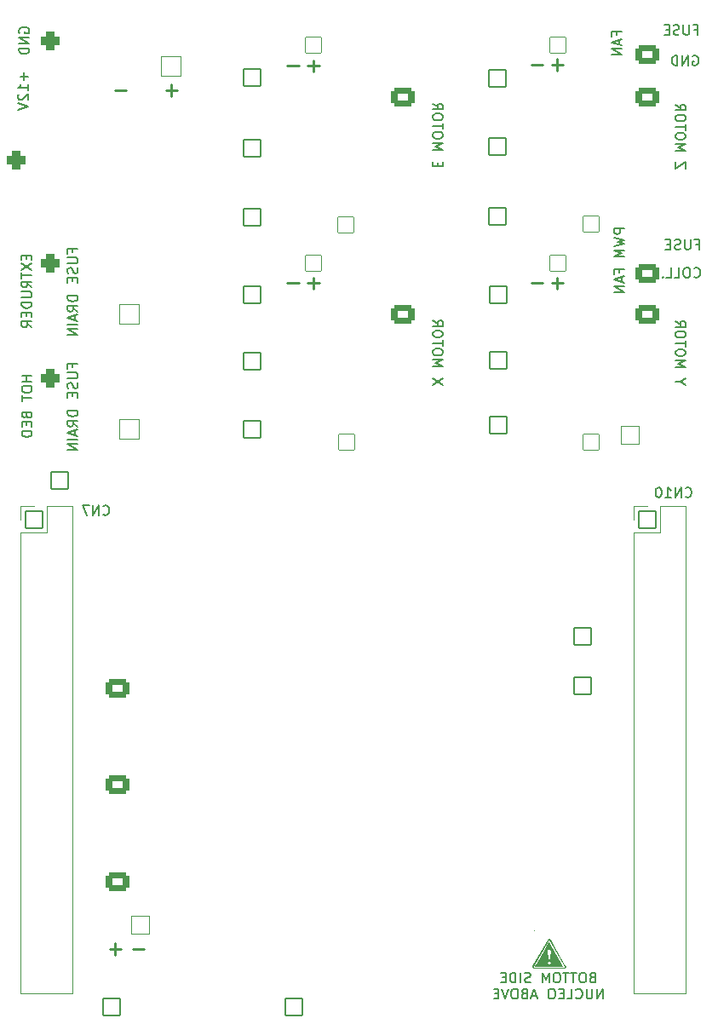
<source format=gbo>
%TF.GenerationSoftware,KiCad,Pcbnew,6.0.5-a6ca702e91~116~ubuntu20.04.1*%
%TF.CreationDate,2022-07-31T14:48:14+02:00*%
%TF.ProjectId,nucleo_expansion,6e75636c-656f-45f6-9578-70616e73696f,v1.0*%
%TF.SameCoordinates,Original*%
%TF.FileFunction,Legend,Bot*%
%TF.FilePolarity,Positive*%
%FSLAX46Y46*%
G04 Gerber Fmt 4.6, Leading zero omitted, Abs format (unit mm)*
G04 Created by KiCad (PCBNEW 6.0.5-a6ca702e91~116~ubuntu20.04.1) date 2022-07-31 14:48:14*
%MOMM*%
%LPD*%
G01*
G04 APERTURE LIST*
G04 Aperture macros list*
%AMRoundRect*
0 Rectangle with rounded corners*
0 $1 Rounding radius*
0 $2 $3 $4 $5 $6 $7 $8 $9 X,Y pos of 4 corners*
0 Add a 4 corners polygon primitive as box body*
4,1,4,$2,$3,$4,$5,$6,$7,$8,$9,$2,$3,0*
0 Add four circle primitives for the rounded corners*
1,1,$1+$1,$2,$3*
1,1,$1+$1,$4,$5*
1,1,$1+$1,$6,$7*
1,1,$1+$1,$8,$9*
0 Add four rect primitives between the rounded corners*
20,1,$1+$1,$2,$3,$4,$5,0*
20,1,$1+$1,$4,$5,$6,$7,0*
20,1,$1+$1,$6,$7,$8,$9,0*
20,1,$1+$1,$8,$9,$2,$3,0*%
G04 Aperture macros list end*
%ADD10C,0.004000*%
%ADD11C,0.005291*%
%ADD12C,0.150000*%
%ADD13C,0.225000*%
%ADD14C,0.120000*%
%ADD15O,2.290000X1.840000*%
%ADD16RoundRect,0.300000X0.845000X-0.620000X0.845000X0.620000X-0.845000X0.620000X-0.845000X-0.620000X0*%
%ADD17RoundRect,0.300000X-0.845000X0.620000X-0.845000X-0.620000X0.845000X-0.620000X0.845000X0.620000X0*%
%ADD18O,1.800000X1.800000*%
%ADD19RoundRect,0.050000X0.850000X0.850000X-0.850000X0.850000X-0.850000X-0.850000X0.850000X-0.850000X0*%
%ADD20O,1.700000X1.700000*%
%ADD21RoundRect,0.050000X0.800000X0.800000X-0.800000X0.800000X-0.800000X-0.800000X0.800000X-0.800000X0*%
%ADD22RoundRect,0.050000X-0.850000X-0.850000X0.850000X-0.850000X0.850000X0.850000X-0.850000X0.850000X0*%
%ADD23RoundRect,0.050000X0.900000X0.900000X-0.900000X0.900000X-0.900000X-0.900000X0.900000X-0.900000X0*%
%ADD24C,1.900000*%
%ADD25C,1.700000*%
%ADD26O,1.900000X1.900000*%
%ADD27RoundRect,0.050000X-0.900000X-0.900000X0.900000X-0.900000X0.900000X0.900000X-0.900000X0.900000X0*%
%ADD28O,2.100000X2.005000*%
%ADD29RoundRect,0.050000X1.000000X-0.952500X1.000000X0.952500X-1.000000X0.952500X-1.000000X-0.952500X0*%
%ADD30RoundRect,0.050000X0.850000X-0.850000X0.850000X0.850000X-0.850000X0.850000X-0.850000X-0.850000X0*%
%ADD31C,2.100000*%
%ADD32RoundRect,0.050000X1.000000X1.000000X-1.000000X1.000000X-1.000000X-1.000000X1.000000X-1.000000X0*%
%ADD33RoundRect,0.050000X-0.850000X0.850000X-0.850000X-0.850000X0.850000X-0.850000X0.850000X0.850000X0*%
%ADD34C,1.903400*%
%ADD35RoundRect,0.500850X-0.450850X0.450850X-0.450850X-0.450850X0.450850X-0.450850X0.450850X0.450850X0*%
%ADD36RoundRect,0.475000X0.425000X0.425000X-0.425000X0.425000X-0.425000X-0.425000X0.425000X-0.425000X0*%
G04 APERTURE END LIST*
D10*
G36*
X182818542Y-115637902D02*
G01*
X182819716Y-115629793D01*
X182821527Y-115621700D01*
X182823996Y-115613646D01*
X184299710Y-113052314D01*
X184304970Y-113041129D01*
X184310646Y-113029790D01*
X184316754Y-113018418D01*
X184323314Y-113007134D01*
X184330343Y-112996058D01*
X184337859Y-112985311D01*
X184345879Y-112975014D01*
X184354422Y-112965288D01*
X184363506Y-112956253D01*
X184368257Y-112952032D01*
X184373149Y-112948029D01*
X184378186Y-112944260D01*
X184383369Y-112940739D01*
X184388700Y-112937481D01*
X184394183Y-112934502D01*
X184399818Y-112931816D01*
X184405609Y-112929439D01*
X184411557Y-112927386D01*
X184417666Y-112925671D01*
X184423936Y-112924311D01*
X184430371Y-112923319D01*
X184436972Y-112922712D01*
X184443742Y-112922503D01*
X184450559Y-112922392D01*
X184457351Y-112922681D01*
X184464102Y-112923358D01*
X184470798Y-112924414D01*
X184477423Y-112925835D01*
X184483961Y-112927612D01*
X184490396Y-112929734D01*
X184496714Y-112932190D01*
X184502898Y-112934968D01*
X184508933Y-112938057D01*
X184514803Y-112941447D01*
X184520493Y-112945127D01*
X184525988Y-112949085D01*
X184531271Y-112953311D01*
X184536328Y-112957793D01*
X184541142Y-112962521D01*
X185296732Y-114264909D01*
X186049264Y-115569212D01*
X186054571Y-115575705D01*
X186059288Y-115582485D01*
X186063425Y-115589524D01*
X186066993Y-115596792D01*
X186070002Y-115604259D01*
X186072462Y-115611898D01*
X186074384Y-115619679D01*
X186075780Y-115627572D01*
X186076658Y-115635549D01*
X186077030Y-115643581D01*
X186076907Y-115651639D01*
X186076299Y-115659692D01*
X186075216Y-115667713D01*
X186073669Y-115675673D01*
X186071668Y-115683541D01*
X186069224Y-115691290D01*
X186066349Y-115698889D01*
X186063051Y-115706310D01*
X186059342Y-115713524D01*
X186055232Y-115720502D01*
X186050732Y-115727214D01*
X186045852Y-115733632D01*
X186040603Y-115739726D01*
X186034996Y-115745467D01*
X186029040Y-115750826D01*
X186022747Y-115755775D01*
X186016127Y-115760283D01*
X186009190Y-115764323D01*
X186001948Y-115767864D01*
X185994410Y-115770878D01*
X185986588Y-115773335D01*
X185978491Y-115775207D01*
X182968525Y-115777849D01*
X182960242Y-115779163D01*
X182951995Y-115779834D01*
X182943804Y-115779884D01*
X182935689Y-115779337D01*
X182927672Y-115778216D01*
X182919774Y-115776541D01*
X182912014Y-115774338D01*
X182904414Y-115771628D01*
X182896995Y-115768433D01*
X182889778Y-115764777D01*
X182882782Y-115760683D01*
X182876030Y-115756173D01*
X182869541Y-115751270D01*
X182863337Y-115745997D01*
X182857438Y-115740375D01*
X182851865Y-115734429D01*
X182846639Y-115728181D01*
X182841781Y-115721653D01*
X182837311Y-115714869D01*
X182833250Y-115707850D01*
X182829619Y-115700620D01*
X182826439Y-115693202D01*
X182823730Y-115685617D01*
X182821513Y-115677890D01*
X182819810Y-115670042D01*
X182818640Y-115662097D01*
X182818025Y-115654077D01*
X182818011Y-115651085D01*
X182861170Y-115651085D01*
X182861350Y-115656560D01*
X182861890Y-115662012D01*
X182862789Y-115667422D01*
X182864048Y-115672772D01*
X182865666Y-115678045D01*
X182867644Y-115683222D01*
X182869982Y-115688286D01*
X182872680Y-115693219D01*
X182874155Y-115695669D01*
X182875703Y-115698055D01*
X182877322Y-115700377D01*
X182879009Y-115702635D01*
X182880763Y-115704826D01*
X182882581Y-115706951D01*
X182884463Y-115709008D01*
X182886405Y-115710996D01*
X182888406Y-115712914D01*
X182890464Y-115714762D01*
X182892577Y-115716538D01*
X182894743Y-115718241D01*
X182896961Y-115719871D01*
X182899227Y-115721426D01*
X182901541Y-115722905D01*
X182903900Y-115724308D01*
X182906303Y-115725633D01*
X182908747Y-115726880D01*
X182911231Y-115728048D01*
X182913752Y-115729135D01*
X182916309Y-115730140D01*
X182918900Y-115731063D01*
X182921522Y-115731903D01*
X182924174Y-115732659D01*
X182926854Y-115733329D01*
X182929560Y-115733913D01*
X182932291Y-115734410D01*
X182935043Y-115734819D01*
X182937815Y-115735139D01*
X182940606Y-115735368D01*
X182943413Y-115735506D01*
X182946234Y-115735553D01*
X185949784Y-115735553D01*
X185955412Y-115735362D01*
X185960975Y-115734797D01*
X185966457Y-115733868D01*
X185971843Y-115732584D01*
X185977118Y-115730957D01*
X185982265Y-115728995D01*
X185987270Y-115726709D01*
X185992117Y-115724110D01*
X185996790Y-115721206D01*
X186001274Y-115718009D01*
X186005553Y-115714528D01*
X186009612Y-115710773D01*
X186013436Y-115706755D01*
X186017008Y-115702483D01*
X186020314Y-115697968D01*
X186023337Y-115693219D01*
X186026035Y-115688193D01*
X186028373Y-115683049D01*
X186030351Y-115677803D01*
X186031970Y-115672475D01*
X186033229Y-115667081D01*
X186034128Y-115661640D01*
X186034667Y-115656170D01*
X186034847Y-115650688D01*
X186034667Y-115645212D01*
X186034128Y-115639760D01*
X186033229Y-115634351D01*
X186031970Y-115629000D01*
X186030351Y-115623728D01*
X186028373Y-115618550D01*
X186026035Y-115613486D01*
X186023337Y-115608553D01*
X184521563Y-113007170D01*
X184520087Y-113004720D01*
X184518539Y-113002334D01*
X184516921Y-113000012D01*
X184515234Y-112997754D01*
X184513480Y-112995563D01*
X184511661Y-112993438D01*
X184509780Y-112991381D01*
X184507838Y-112989393D01*
X184505837Y-112987475D01*
X184503779Y-112985627D01*
X184501665Y-112983851D01*
X184499499Y-112982148D01*
X184497282Y-112980518D01*
X184495015Y-112978964D01*
X184492701Y-112977484D01*
X184490342Y-112976081D01*
X184487939Y-112974756D01*
X184485495Y-112973509D01*
X184483012Y-112972342D01*
X184480491Y-112971255D01*
X184477934Y-112970249D01*
X184475343Y-112969326D01*
X184472721Y-112968486D01*
X184470068Y-112967730D01*
X184467388Y-112967060D01*
X184464682Y-112966476D01*
X184461952Y-112965979D01*
X184459200Y-112965570D01*
X184456427Y-112965251D01*
X184453637Y-112965021D01*
X184450830Y-112964883D01*
X184448009Y-112964836D01*
X184442381Y-112965027D01*
X184436818Y-112965592D01*
X184431335Y-112966521D01*
X184425949Y-112967805D01*
X184420674Y-112969432D01*
X184415527Y-112971394D01*
X184410522Y-112973680D01*
X184405675Y-112976280D01*
X184401002Y-112979183D01*
X184396518Y-112982381D01*
X184392239Y-112985862D01*
X184388180Y-112989616D01*
X184384356Y-112993635D01*
X184380784Y-112997906D01*
X184377478Y-113002421D01*
X184374455Y-113007170D01*
X182872680Y-115608553D01*
X182869982Y-115613579D01*
X182867644Y-115618724D01*
X182865666Y-115623969D01*
X182864048Y-115629298D01*
X182862789Y-115634692D01*
X182861890Y-115640132D01*
X182861350Y-115645603D01*
X182861170Y-115651085D01*
X182818011Y-115651085D01*
X182817986Y-115646004D01*
X182818542Y-115637902D01*
G37*
X182818542Y-115637902D02*
X182819716Y-115629793D01*
X182821527Y-115621700D01*
X182823996Y-115613646D01*
X184299710Y-113052314D01*
X184304970Y-113041129D01*
X184310646Y-113029790D01*
X184316754Y-113018418D01*
X184323314Y-113007134D01*
X184330343Y-112996058D01*
X184337859Y-112985311D01*
X184345879Y-112975014D01*
X184354422Y-112965288D01*
X184363506Y-112956253D01*
X184368257Y-112952032D01*
X184373149Y-112948029D01*
X184378186Y-112944260D01*
X184383369Y-112940739D01*
X184388700Y-112937481D01*
X184394183Y-112934502D01*
X184399818Y-112931816D01*
X184405609Y-112929439D01*
X184411557Y-112927386D01*
X184417666Y-112925671D01*
X184423936Y-112924311D01*
X184430371Y-112923319D01*
X184436972Y-112922712D01*
X184443742Y-112922503D01*
X184450559Y-112922392D01*
X184457351Y-112922681D01*
X184464102Y-112923358D01*
X184470798Y-112924414D01*
X184477423Y-112925835D01*
X184483961Y-112927612D01*
X184490396Y-112929734D01*
X184496714Y-112932190D01*
X184502898Y-112934968D01*
X184508933Y-112938057D01*
X184514803Y-112941447D01*
X184520493Y-112945127D01*
X184525988Y-112949085D01*
X184531271Y-112953311D01*
X184536328Y-112957793D01*
X184541142Y-112962521D01*
X185296732Y-114264909D01*
X186049264Y-115569212D01*
X186054571Y-115575705D01*
X186059288Y-115582485D01*
X186063425Y-115589524D01*
X186066993Y-115596792D01*
X186070002Y-115604259D01*
X186072462Y-115611898D01*
X186074384Y-115619679D01*
X186075780Y-115627572D01*
X186076658Y-115635549D01*
X186077030Y-115643581D01*
X186076907Y-115651639D01*
X186076299Y-115659692D01*
X186075216Y-115667713D01*
X186073669Y-115675673D01*
X186071668Y-115683541D01*
X186069224Y-115691290D01*
X186066349Y-115698889D01*
X186063051Y-115706310D01*
X186059342Y-115713524D01*
X186055232Y-115720502D01*
X186050732Y-115727214D01*
X186045852Y-115733632D01*
X186040603Y-115739726D01*
X186034996Y-115745467D01*
X186029040Y-115750826D01*
X186022747Y-115755775D01*
X186016127Y-115760283D01*
X186009190Y-115764323D01*
X186001948Y-115767864D01*
X185994410Y-115770878D01*
X185986588Y-115773335D01*
X185978491Y-115775207D01*
X182968525Y-115777849D01*
X182960242Y-115779163D01*
X182951995Y-115779834D01*
X182943804Y-115779884D01*
X182935689Y-115779337D01*
X182927672Y-115778216D01*
X182919774Y-115776541D01*
X182912014Y-115774338D01*
X182904414Y-115771628D01*
X182896995Y-115768433D01*
X182889778Y-115764777D01*
X182882782Y-115760683D01*
X182876030Y-115756173D01*
X182869541Y-115751270D01*
X182863337Y-115745997D01*
X182857438Y-115740375D01*
X182851865Y-115734429D01*
X182846639Y-115728181D01*
X182841781Y-115721653D01*
X182837311Y-115714869D01*
X182833250Y-115707850D01*
X182829619Y-115700620D01*
X182826439Y-115693202D01*
X182823730Y-115685617D01*
X182821513Y-115677890D01*
X182819810Y-115670042D01*
X182818640Y-115662097D01*
X182818025Y-115654077D01*
X182818011Y-115651085D01*
X182861170Y-115651085D01*
X182861350Y-115656560D01*
X182861890Y-115662012D01*
X182862789Y-115667422D01*
X182864048Y-115672772D01*
X182865666Y-115678045D01*
X182867644Y-115683222D01*
X182869982Y-115688286D01*
X182872680Y-115693219D01*
X182874155Y-115695669D01*
X182875703Y-115698055D01*
X182877322Y-115700377D01*
X182879009Y-115702635D01*
X182880763Y-115704826D01*
X182882581Y-115706951D01*
X182884463Y-115709008D01*
X182886405Y-115710996D01*
X182888406Y-115712914D01*
X182890464Y-115714762D01*
X182892577Y-115716538D01*
X182894743Y-115718241D01*
X182896961Y-115719871D01*
X182899227Y-115721426D01*
X182901541Y-115722905D01*
X182903900Y-115724308D01*
X182906303Y-115725633D01*
X182908747Y-115726880D01*
X182911231Y-115728048D01*
X182913752Y-115729135D01*
X182916309Y-115730140D01*
X182918900Y-115731063D01*
X182921522Y-115731903D01*
X182924174Y-115732659D01*
X182926854Y-115733329D01*
X182929560Y-115733913D01*
X182932291Y-115734410D01*
X182935043Y-115734819D01*
X182937815Y-115735139D01*
X182940606Y-115735368D01*
X182943413Y-115735506D01*
X182946234Y-115735553D01*
X185949784Y-115735553D01*
X185955412Y-115735362D01*
X185960975Y-115734797D01*
X185966457Y-115733868D01*
X185971843Y-115732584D01*
X185977118Y-115730957D01*
X185982265Y-115728995D01*
X185987270Y-115726709D01*
X185992117Y-115724110D01*
X185996790Y-115721206D01*
X186001274Y-115718009D01*
X186005553Y-115714528D01*
X186009612Y-115710773D01*
X186013436Y-115706755D01*
X186017008Y-115702483D01*
X186020314Y-115697968D01*
X186023337Y-115693219D01*
X186026035Y-115688193D01*
X186028373Y-115683049D01*
X186030351Y-115677803D01*
X186031970Y-115672475D01*
X186033229Y-115667081D01*
X186034128Y-115661640D01*
X186034667Y-115656170D01*
X186034847Y-115650688D01*
X186034667Y-115645212D01*
X186034128Y-115639760D01*
X186033229Y-115634351D01*
X186031970Y-115629000D01*
X186030351Y-115623728D01*
X186028373Y-115618550D01*
X186026035Y-115613486D01*
X186023337Y-115608553D01*
X184521563Y-113007170D01*
X184520087Y-113004720D01*
X184518539Y-113002334D01*
X184516921Y-113000012D01*
X184515234Y-112997754D01*
X184513480Y-112995563D01*
X184511661Y-112993438D01*
X184509780Y-112991381D01*
X184507838Y-112989393D01*
X184505837Y-112987475D01*
X184503779Y-112985627D01*
X184501665Y-112983851D01*
X184499499Y-112982148D01*
X184497282Y-112980518D01*
X184495015Y-112978964D01*
X184492701Y-112977484D01*
X184490342Y-112976081D01*
X184487939Y-112974756D01*
X184485495Y-112973509D01*
X184483012Y-112972342D01*
X184480491Y-112971255D01*
X184477934Y-112970249D01*
X184475343Y-112969326D01*
X184472721Y-112968486D01*
X184470068Y-112967730D01*
X184467388Y-112967060D01*
X184464682Y-112966476D01*
X184461952Y-112965979D01*
X184459200Y-112965570D01*
X184456427Y-112965251D01*
X184453637Y-112965021D01*
X184450830Y-112964883D01*
X184448009Y-112964836D01*
X184442381Y-112965027D01*
X184436818Y-112965592D01*
X184431335Y-112966521D01*
X184425949Y-112967805D01*
X184420674Y-112969432D01*
X184415527Y-112971394D01*
X184410522Y-112973680D01*
X184405675Y-112976280D01*
X184401002Y-112979183D01*
X184396518Y-112982381D01*
X184392239Y-112985862D01*
X184388180Y-112989616D01*
X184384356Y-112993635D01*
X184380784Y-112997906D01*
X184377478Y-113002421D01*
X184374455Y-113007170D01*
X182872680Y-115608553D01*
X182869982Y-115613579D01*
X182867644Y-115618724D01*
X182865666Y-115623969D01*
X182864048Y-115629298D01*
X182862789Y-115634692D01*
X182861890Y-115640132D01*
X182861350Y-115645603D01*
X182861170Y-115651085D01*
X182818011Y-115651085D01*
X182817986Y-115646004D01*
X182818542Y-115637902D01*
D11*
X182948578Y-112073003D02*
X182948578Y-112073003D01*
D10*
G36*
X184448009Y-113219895D02*
G01*
X185802675Y-115565690D01*
X183093342Y-115565690D01*
X183266871Y-115265200D01*
X184247496Y-115265200D01*
X184247608Y-115271899D01*
X184247941Y-115278562D01*
X184248492Y-115285184D01*
X184249260Y-115291760D01*
X184250241Y-115298286D01*
X184251432Y-115304757D01*
X184252832Y-115311169D01*
X184254437Y-115317517D01*
X184256245Y-115323797D01*
X184258254Y-115330004D01*
X184260459Y-115336133D01*
X184262860Y-115342180D01*
X184265453Y-115348141D01*
X184268236Y-115354010D01*
X184271206Y-115359783D01*
X184274360Y-115365456D01*
X184277696Y-115371024D01*
X184281211Y-115376483D01*
X184284902Y-115381827D01*
X184288768Y-115387053D01*
X184292804Y-115392156D01*
X184297009Y-115397131D01*
X184301381Y-115401974D01*
X184305915Y-115406679D01*
X184310610Y-115411244D01*
X184315463Y-115415662D01*
X184320472Y-115419929D01*
X184325633Y-115424042D01*
X184330944Y-115427995D01*
X184336403Y-115431783D01*
X184342007Y-115435403D01*
X184347753Y-115438849D01*
X184359547Y-115445145D01*
X184371636Y-115450602D01*
X184383978Y-115455219D01*
X184396531Y-115458997D01*
X184409253Y-115461935D01*
X184422101Y-115464034D01*
X184435034Y-115465293D01*
X184448009Y-115465712D01*
X184460984Y-115465293D01*
X184473916Y-115464034D01*
X184486765Y-115461935D01*
X184499486Y-115458997D01*
X184512040Y-115455219D01*
X184524382Y-115450602D01*
X184536471Y-115445145D01*
X184548265Y-115438849D01*
X184559614Y-115431783D01*
X184570385Y-115424042D01*
X184580554Y-115415662D01*
X184590103Y-115406679D01*
X184599008Y-115397131D01*
X184607250Y-115387053D01*
X184614807Y-115376483D01*
X184621658Y-115365456D01*
X184627782Y-115354010D01*
X184633157Y-115342180D01*
X184637764Y-115330004D01*
X184641580Y-115317517D01*
X184644585Y-115304757D01*
X184646758Y-115291760D01*
X184648077Y-115278562D01*
X184648521Y-115265200D01*
X184648410Y-115258501D01*
X184648077Y-115251838D01*
X184647525Y-115245216D01*
X184646758Y-115238640D01*
X184645777Y-115232114D01*
X184644585Y-115225643D01*
X184643186Y-115219231D01*
X184641580Y-115212883D01*
X184639772Y-115206603D01*
X184637764Y-115200396D01*
X184635558Y-115194267D01*
X184633157Y-115188220D01*
X184630564Y-115182259D01*
X184627782Y-115176390D01*
X184624812Y-115170617D01*
X184621658Y-115164944D01*
X184618322Y-115159376D01*
X184614807Y-115153917D01*
X184611115Y-115148572D01*
X184607250Y-115143346D01*
X184603213Y-115138244D01*
X184599008Y-115133269D01*
X184594637Y-115128426D01*
X184590103Y-115123721D01*
X184585408Y-115119156D01*
X184580554Y-115114738D01*
X184575546Y-115110470D01*
X184570385Y-115106358D01*
X184565073Y-115102405D01*
X184559614Y-115098617D01*
X184554011Y-115094997D01*
X184548265Y-115091551D01*
X184536471Y-115085255D01*
X184524382Y-115079798D01*
X184512040Y-115075181D01*
X184499486Y-115071403D01*
X184486765Y-115068465D01*
X184473916Y-115066367D01*
X184460984Y-115065107D01*
X184448009Y-115064688D01*
X184435034Y-115065107D01*
X184422101Y-115066367D01*
X184409253Y-115068465D01*
X184396531Y-115071403D01*
X184383978Y-115075181D01*
X184371636Y-115079798D01*
X184359547Y-115085255D01*
X184347753Y-115091551D01*
X184336403Y-115098617D01*
X184325633Y-115106358D01*
X184315463Y-115114738D01*
X184305915Y-115123721D01*
X184297010Y-115133269D01*
X184288768Y-115143346D01*
X184281211Y-115153917D01*
X184274360Y-115164944D01*
X184268236Y-115176390D01*
X184262860Y-115188220D01*
X184258254Y-115200396D01*
X184254437Y-115212883D01*
X184251432Y-115225643D01*
X184249260Y-115238640D01*
X184247941Y-115251838D01*
X184247496Y-115265200D01*
X183266871Y-115265200D01*
X183963530Y-114058839D01*
X184250803Y-114058839D01*
X184309112Y-114764287D01*
X184313270Y-114796677D01*
X184317625Y-114825501D01*
X184319985Y-114838621D01*
X184322525Y-114850902D01*
X184325288Y-114862364D01*
X184328319Y-114873023D01*
X184331661Y-114882898D01*
X184335357Y-114892006D01*
X184339452Y-114900366D01*
X184343988Y-114907994D01*
X184349009Y-114914910D01*
X184354559Y-114921130D01*
X184360682Y-114926672D01*
X184367421Y-114931555D01*
X184372062Y-114933599D01*
X184376764Y-114935527D01*
X184381525Y-114937338D01*
X184386343Y-114939028D01*
X184391216Y-114940597D01*
X184396143Y-114942041D01*
X184401122Y-114943358D01*
X184406152Y-114944546D01*
X184411231Y-114945603D01*
X184416356Y-114946527D01*
X184421528Y-114947314D01*
X184426743Y-114947963D01*
X184432000Y-114948472D01*
X184437298Y-114948839D01*
X184442635Y-114949060D01*
X184448009Y-114949135D01*
X184453357Y-114949061D01*
X184458668Y-114948842D01*
X184463942Y-114948480D01*
X184469175Y-114947976D01*
X184474366Y-114947334D01*
X184479514Y-114946555D01*
X184484617Y-114945641D01*
X184489674Y-114944595D01*
X184494682Y-114943419D01*
X184499640Y-114942115D01*
X184504547Y-114940685D01*
X184509400Y-114939132D01*
X184514199Y-114937458D01*
X184518941Y-114935665D01*
X184523625Y-114933754D01*
X184528249Y-114931729D01*
X184531717Y-114929375D01*
X184535026Y-114926858D01*
X184538180Y-114924175D01*
X184541185Y-114921325D01*
X184544046Y-114918304D01*
X184546769Y-114915111D01*
X184549359Y-114911743D01*
X184551821Y-114908199D01*
X184554162Y-114904476D01*
X184556387Y-114900571D01*
X184558500Y-114896483D01*
X184560508Y-114892209D01*
X184562416Y-114887748D01*
X184564229Y-114883096D01*
X184567594Y-114873212D01*
X184570645Y-114862542D01*
X184573427Y-114851065D01*
X184575983Y-114838765D01*
X184578357Y-114825624D01*
X184580593Y-114811623D01*
X184582734Y-114796746D01*
X184586905Y-114764287D01*
X184645214Y-114058839D01*
X184644958Y-114048445D01*
X184644200Y-114038191D01*
X184642950Y-114028090D01*
X184641222Y-114018153D01*
X184639027Y-114008394D01*
X184636378Y-113998825D01*
X184633286Y-113989457D01*
X184629765Y-113980305D01*
X184625826Y-113971379D01*
X184621482Y-113962694D01*
X184616744Y-113954260D01*
X184611626Y-113946091D01*
X184606138Y-113938199D01*
X184600294Y-113930596D01*
X184594105Y-113923296D01*
X184587584Y-113916309D01*
X184580742Y-113909650D01*
X184573593Y-113903330D01*
X184566148Y-113897361D01*
X184558420Y-113891757D01*
X184550420Y-113886530D01*
X184542162Y-113881692D01*
X184533656Y-113877255D01*
X184524916Y-113873233D01*
X184515953Y-113869637D01*
X184506780Y-113866480D01*
X184497409Y-113863774D01*
X184487852Y-113861533D01*
X184478121Y-113859768D01*
X184468229Y-113858492D01*
X184458187Y-113857717D01*
X184448009Y-113857456D01*
X184437830Y-113857717D01*
X184427789Y-113858492D01*
X184417896Y-113859768D01*
X184408166Y-113861533D01*
X184398609Y-113863774D01*
X184389237Y-113866480D01*
X184380064Y-113869637D01*
X184371102Y-113873233D01*
X184362361Y-113877255D01*
X184353856Y-113881692D01*
X184345597Y-113886530D01*
X184337597Y-113891757D01*
X184329869Y-113897361D01*
X184322424Y-113903330D01*
X184315275Y-113909650D01*
X184308434Y-113916309D01*
X184301913Y-113923296D01*
X184295724Y-113930596D01*
X184289879Y-113938199D01*
X184284392Y-113946091D01*
X184279273Y-113954260D01*
X184274535Y-113962694D01*
X184270191Y-113971379D01*
X184266252Y-113980305D01*
X184262731Y-113989457D01*
X184259640Y-113998825D01*
X184256990Y-114008394D01*
X184254796Y-114018153D01*
X184253067Y-114028090D01*
X184251818Y-114038191D01*
X184251059Y-114048445D01*
X184250803Y-114058839D01*
X183963530Y-114058839D01*
X184448009Y-113219895D01*
G37*
X184448009Y-113219895D02*
X185802675Y-115565690D01*
X183093342Y-115565690D01*
X183266871Y-115265200D01*
X184247496Y-115265200D01*
X184247608Y-115271899D01*
X184247941Y-115278562D01*
X184248492Y-115285184D01*
X184249260Y-115291760D01*
X184250241Y-115298286D01*
X184251432Y-115304757D01*
X184252832Y-115311169D01*
X184254437Y-115317517D01*
X184256245Y-115323797D01*
X184258254Y-115330004D01*
X184260459Y-115336133D01*
X184262860Y-115342180D01*
X184265453Y-115348141D01*
X184268236Y-115354010D01*
X184271206Y-115359783D01*
X184274360Y-115365456D01*
X184277696Y-115371024D01*
X184281211Y-115376483D01*
X184284902Y-115381827D01*
X184288768Y-115387053D01*
X184292804Y-115392156D01*
X184297009Y-115397131D01*
X184301381Y-115401974D01*
X184305915Y-115406679D01*
X184310610Y-115411244D01*
X184315463Y-115415662D01*
X184320472Y-115419929D01*
X184325633Y-115424042D01*
X184330944Y-115427995D01*
X184336403Y-115431783D01*
X184342007Y-115435403D01*
X184347753Y-115438849D01*
X184359547Y-115445145D01*
X184371636Y-115450602D01*
X184383978Y-115455219D01*
X184396531Y-115458997D01*
X184409253Y-115461935D01*
X184422101Y-115464034D01*
X184435034Y-115465293D01*
X184448009Y-115465712D01*
X184460984Y-115465293D01*
X184473916Y-115464034D01*
X184486765Y-115461935D01*
X184499486Y-115458997D01*
X184512040Y-115455219D01*
X184524382Y-115450602D01*
X184536471Y-115445145D01*
X184548265Y-115438849D01*
X184559614Y-115431783D01*
X184570385Y-115424042D01*
X184580554Y-115415662D01*
X184590103Y-115406679D01*
X184599008Y-115397131D01*
X184607250Y-115387053D01*
X184614807Y-115376483D01*
X184621658Y-115365456D01*
X184627782Y-115354010D01*
X184633157Y-115342180D01*
X184637764Y-115330004D01*
X184641580Y-115317517D01*
X184644585Y-115304757D01*
X184646758Y-115291760D01*
X184648077Y-115278562D01*
X184648521Y-115265200D01*
X184648410Y-115258501D01*
X184648077Y-115251838D01*
X184647525Y-115245216D01*
X184646758Y-115238640D01*
X184645777Y-115232114D01*
X184644585Y-115225643D01*
X184643186Y-115219231D01*
X184641580Y-115212883D01*
X184639772Y-115206603D01*
X184637764Y-115200396D01*
X184635558Y-115194267D01*
X184633157Y-115188220D01*
X184630564Y-115182259D01*
X184627782Y-115176390D01*
X184624812Y-115170617D01*
X184621658Y-115164944D01*
X184618322Y-115159376D01*
X184614807Y-115153917D01*
X184611115Y-115148572D01*
X184607250Y-115143346D01*
X184603213Y-115138244D01*
X184599008Y-115133269D01*
X184594637Y-115128426D01*
X184590103Y-115123721D01*
X184585408Y-115119156D01*
X184580554Y-115114738D01*
X184575546Y-115110470D01*
X184570385Y-115106358D01*
X184565073Y-115102405D01*
X184559614Y-115098617D01*
X184554011Y-115094997D01*
X184548265Y-115091551D01*
X184536471Y-115085255D01*
X184524382Y-115079798D01*
X184512040Y-115075181D01*
X184499486Y-115071403D01*
X184486765Y-115068465D01*
X184473916Y-115066367D01*
X184460984Y-115065107D01*
X184448009Y-115064688D01*
X184435034Y-115065107D01*
X184422101Y-115066367D01*
X184409253Y-115068465D01*
X184396531Y-115071403D01*
X184383978Y-115075181D01*
X184371636Y-115079798D01*
X184359547Y-115085255D01*
X184347753Y-115091551D01*
X184336403Y-115098617D01*
X184325633Y-115106358D01*
X184315463Y-115114738D01*
X184305915Y-115123721D01*
X184297010Y-115133269D01*
X184288768Y-115143346D01*
X184281211Y-115153917D01*
X184274360Y-115164944D01*
X184268236Y-115176390D01*
X184262860Y-115188220D01*
X184258254Y-115200396D01*
X184254437Y-115212883D01*
X184251432Y-115225643D01*
X184249260Y-115238640D01*
X184247941Y-115251838D01*
X184247496Y-115265200D01*
X183266871Y-115265200D01*
X183963530Y-114058839D01*
X184250803Y-114058839D01*
X184309112Y-114764287D01*
X184313270Y-114796677D01*
X184317625Y-114825501D01*
X184319985Y-114838621D01*
X184322525Y-114850902D01*
X184325288Y-114862364D01*
X184328319Y-114873023D01*
X184331661Y-114882898D01*
X184335357Y-114892006D01*
X184339452Y-114900366D01*
X184343988Y-114907994D01*
X184349009Y-114914910D01*
X184354559Y-114921130D01*
X184360682Y-114926672D01*
X184367421Y-114931555D01*
X184372062Y-114933599D01*
X184376764Y-114935527D01*
X184381525Y-114937338D01*
X184386343Y-114939028D01*
X184391216Y-114940597D01*
X184396143Y-114942041D01*
X184401122Y-114943358D01*
X184406152Y-114944546D01*
X184411231Y-114945603D01*
X184416356Y-114946527D01*
X184421528Y-114947314D01*
X184426743Y-114947963D01*
X184432000Y-114948472D01*
X184437298Y-114948839D01*
X184442635Y-114949060D01*
X184448009Y-114949135D01*
X184453357Y-114949061D01*
X184458668Y-114948842D01*
X184463942Y-114948480D01*
X184469175Y-114947976D01*
X184474366Y-114947334D01*
X184479514Y-114946555D01*
X184484617Y-114945641D01*
X184489674Y-114944595D01*
X184494682Y-114943419D01*
X184499640Y-114942115D01*
X184504547Y-114940685D01*
X184509400Y-114939132D01*
X184514199Y-114937458D01*
X184518941Y-114935665D01*
X184523625Y-114933754D01*
X184528249Y-114931729D01*
X184531717Y-114929375D01*
X184535026Y-114926858D01*
X184538180Y-114924175D01*
X184541185Y-114921325D01*
X184544046Y-114918304D01*
X184546769Y-114915111D01*
X184549359Y-114911743D01*
X184551821Y-114908199D01*
X184554162Y-114904476D01*
X184556387Y-114900571D01*
X184558500Y-114896483D01*
X184560508Y-114892209D01*
X184562416Y-114887748D01*
X184564229Y-114883096D01*
X184567594Y-114873212D01*
X184570645Y-114862542D01*
X184573427Y-114851065D01*
X184575983Y-114838765D01*
X184578357Y-114825624D01*
X184580593Y-114811623D01*
X184582734Y-114796746D01*
X184586905Y-114764287D01*
X184645214Y-114058839D01*
X184644958Y-114048445D01*
X184644200Y-114038191D01*
X184642950Y-114028090D01*
X184641222Y-114018153D01*
X184639027Y-114008394D01*
X184636378Y-113998825D01*
X184633286Y-113989457D01*
X184629765Y-113980305D01*
X184625826Y-113971379D01*
X184621482Y-113962694D01*
X184616744Y-113954260D01*
X184611626Y-113946091D01*
X184606138Y-113938199D01*
X184600294Y-113930596D01*
X184594105Y-113923296D01*
X184587584Y-113916309D01*
X184580742Y-113909650D01*
X184573593Y-113903330D01*
X184566148Y-113897361D01*
X184558420Y-113891757D01*
X184550420Y-113886530D01*
X184542162Y-113881692D01*
X184533656Y-113877255D01*
X184524916Y-113873233D01*
X184515953Y-113869637D01*
X184506780Y-113866480D01*
X184497409Y-113863774D01*
X184487852Y-113861533D01*
X184478121Y-113859768D01*
X184468229Y-113858492D01*
X184458187Y-113857717D01*
X184448009Y-113857456D01*
X184437830Y-113857717D01*
X184427789Y-113858492D01*
X184417896Y-113859768D01*
X184408166Y-113861533D01*
X184398609Y-113863774D01*
X184389237Y-113866480D01*
X184380064Y-113869637D01*
X184371102Y-113873233D01*
X184362361Y-113877255D01*
X184353856Y-113881692D01*
X184345597Y-113886530D01*
X184337597Y-113891757D01*
X184329869Y-113897361D01*
X184322424Y-113903330D01*
X184315275Y-113909650D01*
X184308434Y-113916309D01*
X184301913Y-113923296D01*
X184295724Y-113930596D01*
X184289879Y-113938199D01*
X184284392Y-113946091D01*
X184279273Y-113954260D01*
X184274535Y-113962694D01*
X184270191Y-113971379D01*
X184266252Y-113980305D01*
X184262731Y-113989457D01*
X184259640Y-113998825D01*
X184256990Y-114008394D01*
X184254796Y-114018153D01*
X184253067Y-114028090D01*
X184251818Y-114038191D01*
X184251059Y-114048445D01*
X184250803Y-114058839D01*
X183963530Y-114058839D01*
X184448009Y-113219895D01*
D11*
X182948578Y-112073003D02*
X182948578Y-112073003D01*
X182948578Y-112073003D02*
X182948578Y-112073003D01*
D12*
X131834000Y-22860095D02*
X131786380Y-22764857D01*
X131786380Y-22622000D01*
X131834000Y-22479142D01*
X131929238Y-22383904D01*
X132024476Y-22336285D01*
X132214952Y-22288666D01*
X132357809Y-22288666D01*
X132548285Y-22336285D01*
X132643523Y-22383904D01*
X132738761Y-22479142D01*
X132786380Y-22622000D01*
X132786380Y-22717238D01*
X132738761Y-22860095D01*
X132691142Y-22907714D01*
X132357809Y-22907714D01*
X132357809Y-22717238D01*
X132786380Y-23336285D02*
X131786380Y-23336285D01*
X132786380Y-23907714D01*
X131786380Y-23907714D01*
X132786380Y-24383904D02*
X131786380Y-24383904D01*
X131786380Y-24622000D01*
X131834000Y-24764857D01*
X131929238Y-24860095D01*
X132024476Y-24907714D01*
X132214952Y-24955333D01*
X132357809Y-24955333D01*
X132548285Y-24907714D01*
X132643523Y-24860095D01*
X132738761Y-24764857D01*
X132786380Y-24622000D01*
X132786380Y-24383904D01*
X137088571Y-56094476D02*
X137088571Y-55761142D01*
X137612380Y-55761142D02*
X136612380Y-55761142D01*
X136612380Y-56237333D01*
X136612380Y-56618285D02*
X137421904Y-56618285D01*
X137517142Y-56665904D01*
X137564761Y-56713523D01*
X137612380Y-56808761D01*
X137612380Y-56999238D01*
X137564761Y-57094476D01*
X137517142Y-57142095D01*
X137421904Y-57189714D01*
X136612380Y-57189714D01*
X137564761Y-57618285D02*
X137612380Y-57761142D01*
X137612380Y-57999238D01*
X137564761Y-58094476D01*
X137517142Y-58142095D01*
X137421904Y-58189714D01*
X137326666Y-58189714D01*
X137231428Y-58142095D01*
X137183809Y-58094476D01*
X137136190Y-57999238D01*
X137088571Y-57808761D01*
X137040952Y-57713523D01*
X136993333Y-57665904D01*
X136898095Y-57618285D01*
X136802857Y-57618285D01*
X136707619Y-57665904D01*
X136660000Y-57713523D01*
X136612380Y-57808761D01*
X136612380Y-58046857D01*
X136660000Y-58189714D01*
X137088571Y-58618285D02*
X137088571Y-58951619D01*
X137612380Y-59094476D02*
X137612380Y-58618285D01*
X136612380Y-58618285D01*
X136612380Y-59094476D01*
X173426428Y-36115238D02*
X173426428Y-35781904D01*
X172902619Y-35639047D02*
X172902619Y-36115238D01*
X173902619Y-36115238D01*
X173902619Y-35639047D01*
X172902619Y-34448571D02*
X173902619Y-34448571D01*
X173188333Y-34115238D01*
X173902619Y-33781904D01*
X172902619Y-33781904D01*
X173902619Y-33115238D02*
X173902619Y-32924761D01*
X173855000Y-32829523D01*
X173759761Y-32734285D01*
X173569285Y-32686666D01*
X173235952Y-32686666D01*
X173045476Y-32734285D01*
X172950238Y-32829523D01*
X172902619Y-32924761D01*
X172902619Y-33115238D01*
X172950238Y-33210476D01*
X173045476Y-33305714D01*
X173235952Y-33353333D01*
X173569285Y-33353333D01*
X173759761Y-33305714D01*
X173855000Y-33210476D01*
X173902619Y-33115238D01*
X173902619Y-32400952D02*
X173902619Y-31829523D01*
X172902619Y-32115238D02*
X173902619Y-32115238D01*
X173902619Y-31305714D02*
X173902619Y-31115238D01*
X173855000Y-31020000D01*
X173759761Y-30924761D01*
X173569285Y-30877142D01*
X173235952Y-30877142D01*
X173045476Y-30924761D01*
X172950238Y-31020000D01*
X172902619Y-31115238D01*
X172902619Y-31305714D01*
X172950238Y-31400952D01*
X173045476Y-31496190D01*
X173235952Y-31543809D01*
X173569285Y-31543809D01*
X173759761Y-31496190D01*
X173855000Y-31400952D01*
X173902619Y-31305714D01*
X172902619Y-29877142D02*
X173378809Y-30210476D01*
X172902619Y-30448571D02*
X173902619Y-30448571D01*
X173902619Y-30067619D01*
X173855000Y-29972380D01*
X173807380Y-29924761D01*
X173712142Y-29877142D01*
X173569285Y-29877142D01*
X173474047Y-29924761D01*
X173426428Y-29972380D01*
X173378809Y-30067619D01*
X173378809Y-30448571D01*
X137612380Y-60404619D02*
X136612380Y-60404619D01*
X136612380Y-60642714D01*
X136660000Y-60785571D01*
X136755238Y-60880809D01*
X136850476Y-60928428D01*
X137040952Y-60976047D01*
X137183809Y-60976047D01*
X137374285Y-60928428D01*
X137469523Y-60880809D01*
X137564761Y-60785571D01*
X137612380Y-60642714D01*
X137612380Y-60404619D01*
X137612380Y-61976047D02*
X137136190Y-61642714D01*
X137612380Y-61404619D02*
X136612380Y-61404619D01*
X136612380Y-61785571D01*
X136660000Y-61880809D01*
X136707619Y-61928428D01*
X136802857Y-61976047D01*
X136945714Y-61976047D01*
X137040952Y-61928428D01*
X137088571Y-61880809D01*
X137136190Y-61785571D01*
X137136190Y-61404619D01*
X137326666Y-62357000D02*
X137326666Y-62833190D01*
X137612380Y-62261761D02*
X136612380Y-62595095D01*
X137612380Y-62928428D01*
X137612380Y-63261761D02*
X136612380Y-63261761D01*
X137612380Y-63737952D02*
X136612380Y-63737952D01*
X137612380Y-64309380D01*
X136612380Y-64309380D01*
X198032619Y-36361285D02*
X198032619Y-35694619D01*
X197032619Y-36361285D01*
X197032619Y-35694619D01*
X197032619Y-34551761D02*
X198032619Y-34551761D01*
X197318333Y-34218428D01*
X198032619Y-33885095D01*
X197032619Y-33885095D01*
X198032619Y-33218428D02*
X198032619Y-33027952D01*
X197985000Y-32932714D01*
X197889761Y-32837476D01*
X197699285Y-32789857D01*
X197365952Y-32789857D01*
X197175476Y-32837476D01*
X197080238Y-32932714D01*
X197032619Y-33027952D01*
X197032619Y-33218428D01*
X197080238Y-33313666D01*
X197175476Y-33408904D01*
X197365952Y-33456523D01*
X197699285Y-33456523D01*
X197889761Y-33408904D01*
X197985000Y-33313666D01*
X198032619Y-33218428D01*
X198032619Y-32504142D02*
X198032619Y-31932714D01*
X197032619Y-32218428D02*
X198032619Y-32218428D01*
X198032619Y-31408904D02*
X198032619Y-31218428D01*
X197985000Y-31123190D01*
X197889761Y-31027952D01*
X197699285Y-30980333D01*
X197365952Y-30980333D01*
X197175476Y-31027952D01*
X197080238Y-31123190D01*
X197032619Y-31218428D01*
X197032619Y-31408904D01*
X197080238Y-31504142D01*
X197175476Y-31599380D01*
X197365952Y-31647000D01*
X197699285Y-31647000D01*
X197889761Y-31599380D01*
X197985000Y-31504142D01*
X198032619Y-31408904D01*
X197032619Y-29980333D02*
X197508809Y-30313666D01*
X197032619Y-30551761D02*
X198032619Y-30551761D01*
X198032619Y-30170809D01*
X197985000Y-30075571D01*
X197937380Y-30027952D01*
X197842142Y-29980333D01*
X197699285Y-29980333D01*
X197604047Y-30027952D01*
X197556428Y-30075571D01*
X197508809Y-30170809D01*
X197508809Y-30551761D01*
X191968380Y-42299333D02*
X190968380Y-42299333D01*
X190968380Y-42680285D01*
X191016000Y-42775523D01*
X191063619Y-42823142D01*
X191158857Y-42870761D01*
X191301714Y-42870761D01*
X191396952Y-42823142D01*
X191444571Y-42775523D01*
X191492190Y-42680285D01*
X191492190Y-42299333D01*
X190968380Y-43204095D02*
X191968380Y-43442190D01*
X191254095Y-43632666D01*
X191968380Y-43823142D01*
X190968380Y-44061238D01*
X191968380Y-44442190D02*
X190968380Y-44442190D01*
X191682666Y-44775523D01*
X190968380Y-45108857D01*
X191968380Y-45108857D01*
X191444571Y-46680285D02*
X191444571Y-46346952D01*
X191968380Y-46346952D02*
X190968380Y-46346952D01*
X190968380Y-46823142D01*
X191682666Y-47156476D02*
X191682666Y-47632666D01*
X191968380Y-47061238D02*
X190968380Y-47394571D01*
X191968380Y-47727904D01*
X191968380Y-48061238D02*
X190968380Y-48061238D01*
X191968380Y-48632666D01*
X190968380Y-48632666D01*
X198921523Y-22534571D02*
X199254857Y-22534571D01*
X199254857Y-23058380D02*
X199254857Y-22058380D01*
X198778666Y-22058380D01*
X198397714Y-22058380D02*
X198397714Y-22867904D01*
X198350095Y-22963142D01*
X198302476Y-23010761D01*
X198207238Y-23058380D01*
X198016761Y-23058380D01*
X197921523Y-23010761D01*
X197873904Y-22963142D01*
X197826285Y-22867904D01*
X197826285Y-22058380D01*
X197397714Y-23010761D02*
X197254857Y-23058380D01*
X197016761Y-23058380D01*
X196921523Y-23010761D01*
X196873904Y-22963142D01*
X196826285Y-22867904D01*
X196826285Y-22772666D01*
X196873904Y-22677428D01*
X196921523Y-22629809D01*
X197016761Y-22582190D01*
X197207238Y-22534571D01*
X197302476Y-22486952D01*
X197350095Y-22439333D01*
X197397714Y-22344095D01*
X197397714Y-22248857D01*
X197350095Y-22153619D01*
X197302476Y-22106000D01*
X197207238Y-22058380D01*
X196969142Y-22058380D01*
X196826285Y-22106000D01*
X196397714Y-22534571D02*
X196064380Y-22534571D01*
X195921523Y-23058380D02*
X196397714Y-23058380D01*
X196397714Y-22058380D01*
X195921523Y-22058380D01*
D13*
X140779571Y-113899142D02*
X141922428Y-113899142D01*
X141351000Y-114470571D02*
X141351000Y-113327714D01*
X146367571Y-28555142D02*
X147510428Y-28555142D01*
X146939000Y-29126571D02*
X146939000Y-27983714D01*
X158432571Y-47732142D02*
X159575428Y-47732142D01*
X141287571Y-28555142D02*
X142430428Y-28555142D01*
D12*
X198873904Y-47093142D02*
X198921523Y-47140761D01*
X199064380Y-47188380D01*
X199159619Y-47188380D01*
X199302476Y-47140761D01*
X199397714Y-47045523D01*
X199445333Y-46950285D01*
X199492952Y-46759809D01*
X199492952Y-46616952D01*
X199445333Y-46426476D01*
X199397714Y-46331238D01*
X199302476Y-46236000D01*
X199159619Y-46188380D01*
X199064380Y-46188380D01*
X198921523Y-46236000D01*
X198873904Y-46283619D01*
X198254857Y-46188380D02*
X198064380Y-46188380D01*
X197969142Y-46236000D01*
X197873904Y-46331238D01*
X197826285Y-46521714D01*
X197826285Y-46855047D01*
X197873904Y-47045523D01*
X197969142Y-47140761D01*
X198064380Y-47188380D01*
X198254857Y-47188380D01*
X198350095Y-47140761D01*
X198445333Y-47045523D01*
X198492952Y-46855047D01*
X198492952Y-46521714D01*
X198445333Y-46331238D01*
X198350095Y-46236000D01*
X198254857Y-46188380D01*
X196921523Y-47188380D02*
X197397714Y-47188380D01*
X197397714Y-46188380D01*
X196112000Y-47188380D02*
X196588190Y-47188380D01*
X196588190Y-46188380D01*
X195778666Y-47093142D02*
X195731047Y-47140761D01*
X195778666Y-47188380D01*
X195826285Y-47140761D01*
X195778666Y-47093142D01*
X195778666Y-47188380D01*
D13*
X182689571Y-26015142D02*
X183832428Y-26015142D01*
X158432571Y-26142142D02*
X159575428Y-26142142D01*
D12*
X188761142Y-116725571D02*
X188618285Y-116773190D01*
X188570666Y-116820809D01*
X188523047Y-116916047D01*
X188523047Y-117058904D01*
X188570666Y-117154142D01*
X188618285Y-117201761D01*
X188713523Y-117249380D01*
X189094476Y-117249380D01*
X189094476Y-116249380D01*
X188761142Y-116249380D01*
X188665904Y-116297000D01*
X188618285Y-116344619D01*
X188570666Y-116439857D01*
X188570666Y-116535095D01*
X188618285Y-116630333D01*
X188665904Y-116677952D01*
X188761142Y-116725571D01*
X189094476Y-116725571D01*
X187904000Y-116249380D02*
X187713523Y-116249380D01*
X187618285Y-116297000D01*
X187523047Y-116392238D01*
X187475428Y-116582714D01*
X187475428Y-116916047D01*
X187523047Y-117106523D01*
X187618285Y-117201761D01*
X187713523Y-117249380D01*
X187904000Y-117249380D01*
X187999238Y-117201761D01*
X188094476Y-117106523D01*
X188142095Y-116916047D01*
X188142095Y-116582714D01*
X188094476Y-116392238D01*
X187999238Y-116297000D01*
X187904000Y-116249380D01*
X187189714Y-116249380D02*
X186618285Y-116249380D01*
X186904000Y-117249380D02*
X186904000Y-116249380D01*
X186427809Y-116249380D02*
X185856380Y-116249380D01*
X186142095Y-117249380D02*
X186142095Y-116249380D01*
X185332571Y-116249380D02*
X185142095Y-116249380D01*
X185046857Y-116297000D01*
X184951619Y-116392238D01*
X184904000Y-116582714D01*
X184904000Y-116916047D01*
X184951619Y-117106523D01*
X185046857Y-117201761D01*
X185142095Y-117249380D01*
X185332571Y-117249380D01*
X185427809Y-117201761D01*
X185523047Y-117106523D01*
X185570666Y-116916047D01*
X185570666Y-116582714D01*
X185523047Y-116392238D01*
X185427809Y-116297000D01*
X185332571Y-116249380D01*
X184475428Y-117249380D02*
X184475428Y-116249380D01*
X184142095Y-116963666D01*
X183808761Y-116249380D01*
X183808761Y-117249380D01*
X182618285Y-117201761D02*
X182475428Y-117249380D01*
X182237333Y-117249380D01*
X182142095Y-117201761D01*
X182094476Y-117154142D01*
X182046857Y-117058904D01*
X182046857Y-116963666D01*
X182094476Y-116868428D01*
X182142095Y-116820809D01*
X182237333Y-116773190D01*
X182427809Y-116725571D01*
X182523047Y-116677952D01*
X182570666Y-116630333D01*
X182618285Y-116535095D01*
X182618285Y-116439857D01*
X182570666Y-116344619D01*
X182523047Y-116297000D01*
X182427809Y-116249380D01*
X182189714Y-116249380D01*
X182046857Y-116297000D01*
X181618285Y-117249380D02*
X181618285Y-116249380D01*
X181142095Y-117249380D02*
X181142095Y-116249380D01*
X180904000Y-116249380D01*
X180761142Y-116297000D01*
X180665904Y-116392238D01*
X180618285Y-116487476D01*
X180570666Y-116677952D01*
X180570666Y-116820809D01*
X180618285Y-117011285D01*
X180665904Y-117106523D01*
X180761142Y-117201761D01*
X180904000Y-117249380D01*
X181142095Y-117249380D01*
X180142095Y-116725571D02*
X179808761Y-116725571D01*
X179665904Y-117249380D02*
X180142095Y-117249380D01*
X180142095Y-116249380D01*
X179665904Y-116249380D01*
X189808761Y-118859380D02*
X189808761Y-117859380D01*
X189237333Y-118859380D01*
X189237333Y-117859380D01*
X188761142Y-117859380D02*
X188761142Y-118668904D01*
X188713523Y-118764142D01*
X188665904Y-118811761D01*
X188570666Y-118859380D01*
X188380190Y-118859380D01*
X188284952Y-118811761D01*
X188237333Y-118764142D01*
X188189714Y-118668904D01*
X188189714Y-117859380D01*
X187142095Y-118764142D02*
X187189714Y-118811761D01*
X187332571Y-118859380D01*
X187427809Y-118859380D01*
X187570666Y-118811761D01*
X187665904Y-118716523D01*
X187713523Y-118621285D01*
X187761142Y-118430809D01*
X187761142Y-118287952D01*
X187713523Y-118097476D01*
X187665904Y-118002238D01*
X187570666Y-117907000D01*
X187427809Y-117859380D01*
X187332571Y-117859380D01*
X187189714Y-117907000D01*
X187142095Y-117954619D01*
X186237333Y-118859380D02*
X186713523Y-118859380D01*
X186713523Y-117859380D01*
X185904000Y-118335571D02*
X185570666Y-118335571D01*
X185427809Y-118859380D02*
X185904000Y-118859380D01*
X185904000Y-117859380D01*
X185427809Y-117859380D01*
X184808761Y-117859380D02*
X184618285Y-117859380D01*
X184523047Y-117907000D01*
X184427809Y-118002238D01*
X184380190Y-118192714D01*
X184380190Y-118526047D01*
X184427809Y-118716523D01*
X184523047Y-118811761D01*
X184618285Y-118859380D01*
X184808761Y-118859380D01*
X184904000Y-118811761D01*
X184999238Y-118716523D01*
X185046857Y-118526047D01*
X185046857Y-118192714D01*
X184999238Y-118002238D01*
X184904000Y-117907000D01*
X184808761Y-117859380D01*
X183237333Y-118573666D02*
X182761142Y-118573666D01*
X183332571Y-118859380D02*
X182999238Y-117859380D01*
X182665904Y-118859380D01*
X181999238Y-118335571D02*
X181856380Y-118383190D01*
X181808761Y-118430809D01*
X181761142Y-118526047D01*
X181761142Y-118668904D01*
X181808761Y-118764142D01*
X181856380Y-118811761D01*
X181951619Y-118859380D01*
X182332571Y-118859380D01*
X182332571Y-117859380D01*
X181999238Y-117859380D01*
X181904000Y-117907000D01*
X181856380Y-117954619D01*
X181808761Y-118049857D01*
X181808761Y-118145095D01*
X181856380Y-118240333D01*
X181904000Y-118287952D01*
X181999238Y-118335571D01*
X182332571Y-118335571D01*
X181142095Y-117859380D02*
X180951619Y-117859380D01*
X180856380Y-117907000D01*
X180761142Y-118002238D01*
X180713523Y-118192714D01*
X180713523Y-118526047D01*
X180761142Y-118716523D01*
X180856380Y-118811761D01*
X180951619Y-118859380D01*
X181142095Y-118859380D01*
X181237333Y-118811761D01*
X181332571Y-118716523D01*
X181380190Y-118526047D01*
X181380190Y-118192714D01*
X181332571Y-118002238D01*
X181237333Y-117907000D01*
X181142095Y-117859380D01*
X180427809Y-117859380D02*
X180094476Y-118859380D01*
X179761142Y-117859380D01*
X179427809Y-118335571D02*
X179094476Y-118335571D01*
X178951619Y-118859380D02*
X179427809Y-118859380D01*
X179427809Y-117859380D01*
X178951619Y-117859380D01*
D13*
X160464571Y-26142142D02*
X161607428Y-26142142D01*
X161036000Y-26713571D02*
X161036000Y-25570714D01*
D12*
X198754904Y-25154000D02*
X198850142Y-25106380D01*
X198993000Y-25106380D01*
X199135857Y-25154000D01*
X199231095Y-25249238D01*
X199278714Y-25344476D01*
X199326333Y-25534952D01*
X199326333Y-25677809D01*
X199278714Y-25868285D01*
X199231095Y-25963523D01*
X199135857Y-26058761D01*
X198993000Y-26106380D01*
X198897761Y-26106380D01*
X198754904Y-26058761D01*
X198707285Y-26011142D01*
X198707285Y-25677809D01*
X198897761Y-25677809D01*
X198278714Y-26106380D02*
X198278714Y-25106380D01*
X197707285Y-26106380D01*
X197707285Y-25106380D01*
X197231095Y-26106380D02*
X197231095Y-25106380D01*
X196993000Y-25106380D01*
X196850142Y-25154000D01*
X196754904Y-25249238D01*
X196707285Y-25344476D01*
X196659666Y-25534952D01*
X196659666Y-25677809D01*
X196707285Y-25868285D01*
X196754904Y-25963523D01*
X196850142Y-26058761D01*
X196993000Y-26106380D01*
X197231095Y-26106380D01*
D13*
X143065571Y-113899142D02*
X144208428Y-113899142D01*
D12*
X132516571Y-44966380D02*
X132516571Y-45299714D01*
X133040380Y-45442571D02*
X133040380Y-44966380D01*
X132040380Y-44966380D01*
X132040380Y-45442571D01*
X132040380Y-45775904D02*
X133040380Y-46442571D01*
X132040380Y-46442571D02*
X133040380Y-45775904D01*
X132040380Y-46680666D02*
X132040380Y-47252095D01*
X133040380Y-46966380D02*
X132040380Y-46966380D01*
X133040380Y-48156857D02*
X132564190Y-47823523D01*
X133040380Y-47585428D02*
X132040380Y-47585428D01*
X132040380Y-47966380D01*
X132088000Y-48061619D01*
X132135619Y-48109238D01*
X132230857Y-48156857D01*
X132373714Y-48156857D01*
X132468952Y-48109238D01*
X132516571Y-48061619D01*
X132564190Y-47966380D01*
X132564190Y-47585428D01*
X132040380Y-48585428D02*
X132849904Y-48585428D01*
X132945142Y-48633047D01*
X132992761Y-48680666D01*
X133040380Y-48775904D01*
X133040380Y-48966380D01*
X132992761Y-49061619D01*
X132945142Y-49109238D01*
X132849904Y-49156857D01*
X132040380Y-49156857D01*
X133040380Y-49633047D02*
X132040380Y-49633047D01*
X132040380Y-49871142D01*
X132088000Y-50014000D01*
X132183238Y-50109238D01*
X132278476Y-50156857D01*
X132468952Y-50204476D01*
X132611809Y-50204476D01*
X132802285Y-50156857D01*
X132897523Y-50109238D01*
X132992761Y-50014000D01*
X133040380Y-49871142D01*
X133040380Y-49633047D01*
X132516571Y-50633047D02*
X132516571Y-50966380D01*
X133040380Y-51109238D02*
X133040380Y-50633047D01*
X132040380Y-50633047D01*
X132040380Y-51109238D01*
X133040380Y-52109238D02*
X132564190Y-51775904D01*
X133040380Y-51537809D02*
X132040380Y-51537809D01*
X132040380Y-51918761D01*
X132088000Y-52014000D01*
X132135619Y-52061619D01*
X132230857Y-52109238D01*
X132373714Y-52109238D01*
X132468952Y-52061619D01*
X132516571Y-52014000D01*
X132564190Y-51918761D01*
X132564190Y-51537809D01*
X191190571Y-23066476D02*
X191190571Y-22733142D01*
X191714380Y-22733142D02*
X190714380Y-22733142D01*
X190714380Y-23209333D01*
X191428666Y-23542666D02*
X191428666Y-24018857D01*
X191714380Y-23447428D02*
X190714380Y-23780761D01*
X191714380Y-24114095D01*
X191714380Y-24447428D02*
X190714380Y-24447428D01*
X191714380Y-25018857D01*
X190714380Y-25018857D01*
X137088571Y-44664476D02*
X137088571Y-44331142D01*
X137612380Y-44331142D02*
X136612380Y-44331142D01*
X136612380Y-44807333D01*
X136612380Y-45188285D02*
X137421904Y-45188285D01*
X137517142Y-45235904D01*
X137564761Y-45283523D01*
X137612380Y-45378761D01*
X137612380Y-45569238D01*
X137564761Y-45664476D01*
X137517142Y-45712095D01*
X137421904Y-45759714D01*
X136612380Y-45759714D01*
X137564761Y-46188285D02*
X137612380Y-46331142D01*
X137612380Y-46569238D01*
X137564761Y-46664476D01*
X137517142Y-46712095D01*
X137421904Y-46759714D01*
X137326666Y-46759714D01*
X137231428Y-46712095D01*
X137183809Y-46664476D01*
X137136190Y-46569238D01*
X137088571Y-46378761D01*
X137040952Y-46283523D01*
X136993333Y-46235904D01*
X136898095Y-46188285D01*
X136802857Y-46188285D01*
X136707619Y-46235904D01*
X136660000Y-46283523D01*
X136612380Y-46378761D01*
X136612380Y-46616857D01*
X136660000Y-46759714D01*
X137088571Y-47188285D02*
X137088571Y-47521619D01*
X137612380Y-47664476D02*
X137612380Y-47188285D01*
X136612380Y-47188285D01*
X136612380Y-47664476D01*
X197508809Y-57490952D02*
X197032619Y-57490952D01*
X198032619Y-57824285D02*
X197508809Y-57490952D01*
X198032619Y-57157619D01*
X197032619Y-56062380D02*
X198032619Y-56062380D01*
X197318333Y-55729047D01*
X198032619Y-55395714D01*
X197032619Y-55395714D01*
X198032619Y-54729047D02*
X198032619Y-54538571D01*
X197985000Y-54443333D01*
X197889761Y-54348095D01*
X197699285Y-54300476D01*
X197365952Y-54300476D01*
X197175476Y-54348095D01*
X197080238Y-54443333D01*
X197032619Y-54538571D01*
X197032619Y-54729047D01*
X197080238Y-54824285D01*
X197175476Y-54919523D01*
X197365952Y-54967142D01*
X197699285Y-54967142D01*
X197889761Y-54919523D01*
X197985000Y-54824285D01*
X198032619Y-54729047D01*
X198032619Y-54014761D02*
X198032619Y-53443333D01*
X197032619Y-53729047D02*
X198032619Y-53729047D01*
X198032619Y-52919523D02*
X198032619Y-52729047D01*
X197985000Y-52633809D01*
X197889761Y-52538571D01*
X197699285Y-52490952D01*
X197365952Y-52490952D01*
X197175476Y-52538571D01*
X197080238Y-52633809D01*
X197032619Y-52729047D01*
X197032619Y-52919523D01*
X197080238Y-53014761D01*
X197175476Y-53110000D01*
X197365952Y-53157619D01*
X197699285Y-53157619D01*
X197889761Y-53110000D01*
X197985000Y-53014761D01*
X198032619Y-52919523D01*
X197032619Y-51490952D02*
X197508809Y-51824285D01*
X197032619Y-52062380D02*
X198032619Y-52062380D01*
X198032619Y-51681428D01*
X197985000Y-51586190D01*
X197937380Y-51538571D01*
X197842142Y-51490952D01*
X197699285Y-51490952D01*
X197604047Y-51538571D01*
X197556428Y-51586190D01*
X197508809Y-51681428D01*
X197508809Y-52062380D01*
X137612380Y-48974619D02*
X136612380Y-48974619D01*
X136612380Y-49212714D01*
X136660000Y-49355571D01*
X136755238Y-49450809D01*
X136850476Y-49498428D01*
X137040952Y-49546047D01*
X137183809Y-49546047D01*
X137374285Y-49498428D01*
X137469523Y-49450809D01*
X137564761Y-49355571D01*
X137612380Y-49212714D01*
X137612380Y-48974619D01*
X137612380Y-50546047D02*
X137136190Y-50212714D01*
X137612380Y-49974619D02*
X136612380Y-49974619D01*
X136612380Y-50355571D01*
X136660000Y-50450809D01*
X136707619Y-50498428D01*
X136802857Y-50546047D01*
X136945714Y-50546047D01*
X137040952Y-50498428D01*
X137088571Y-50450809D01*
X137136190Y-50355571D01*
X137136190Y-49974619D01*
X137326666Y-50927000D02*
X137326666Y-51403190D01*
X137612380Y-50831761D02*
X136612380Y-51165095D01*
X137612380Y-51498428D01*
X137612380Y-51831761D02*
X136612380Y-51831761D01*
X137612380Y-52307952D02*
X136612380Y-52307952D01*
X137612380Y-52879380D01*
X136612380Y-52879380D01*
X199048523Y-43870571D02*
X199381857Y-43870571D01*
X199381857Y-44394380D02*
X199381857Y-43394380D01*
X198905666Y-43394380D01*
X198524714Y-43394380D02*
X198524714Y-44203904D01*
X198477095Y-44299142D01*
X198429476Y-44346761D01*
X198334238Y-44394380D01*
X198143761Y-44394380D01*
X198048523Y-44346761D01*
X198000904Y-44299142D01*
X197953285Y-44203904D01*
X197953285Y-43394380D01*
X197524714Y-44346761D02*
X197381857Y-44394380D01*
X197143761Y-44394380D01*
X197048523Y-44346761D01*
X197000904Y-44299142D01*
X196953285Y-44203904D01*
X196953285Y-44108666D01*
X197000904Y-44013428D01*
X197048523Y-43965809D01*
X197143761Y-43918190D01*
X197334238Y-43870571D01*
X197429476Y-43822952D01*
X197477095Y-43775333D01*
X197524714Y-43680095D01*
X197524714Y-43584857D01*
X197477095Y-43489619D01*
X197429476Y-43442000D01*
X197334238Y-43394380D01*
X197096142Y-43394380D01*
X196953285Y-43442000D01*
X196524714Y-43870571D02*
X196191380Y-43870571D01*
X196048523Y-44394380D02*
X196524714Y-44394380D01*
X196524714Y-43394380D01*
X196048523Y-43394380D01*
D13*
X160464571Y-47732142D02*
X161607428Y-47732142D01*
X161036000Y-48303571D02*
X161036000Y-47160714D01*
X184721571Y-26015142D02*
X185864428Y-26015142D01*
X185293000Y-26586571D02*
X185293000Y-25443714D01*
D12*
X133054645Y-56920190D02*
X132054645Y-56920190D01*
X132530836Y-56920190D02*
X132530836Y-57491619D01*
X133054645Y-57491619D02*
X132054645Y-57491619D01*
X132054645Y-58158285D02*
X132054645Y-58348761D01*
X132102265Y-58444000D01*
X132197503Y-58539238D01*
X132387979Y-58586857D01*
X132721312Y-58586857D01*
X132911788Y-58539238D01*
X133007026Y-58444000D01*
X133054645Y-58348761D01*
X133054645Y-58158285D01*
X133007026Y-58063047D01*
X132911788Y-57967809D01*
X132721312Y-57920190D01*
X132387979Y-57920190D01*
X132197503Y-57967809D01*
X132102265Y-58063047D01*
X132054645Y-58158285D01*
X132054645Y-58872571D02*
X132054645Y-59444000D01*
X133054645Y-59158285D02*
X132054645Y-59158285D01*
X132530836Y-60872571D02*
X132578455Y-61015428D01*
X132626074Y-61063047D01*
X132721312Y-61110666D01*
X132864169Y-61110666D01*
X132959407Y-61063047D01*
X133007026Y-61015428D01*
X133054645Y-60920190D01*
X133054645Y-60539238D01*
X132054645Y-60539238D01*
X132054645Y-60872571D01*
X132102265Y-60967809D01*
X132149884Y-61015428D01*
X132245122Y-61063047D01*
X132340360Y-61063047D01*
X132435598Y-61015428D01*
X132483217Y-60967809D01*
X132530836Y-60872571D01*
X132530836Y-60539238D01*
X132530836Y-61539238D02*
X132530836Y-61872571D01*
X133054645Y-62015428D02*
X133054645Y-61539238D01*
X132054645Y-61539238D01*
X132054645Y-62015428D01*
X133054645Y-62444000D02*
X132054645Y-62444000D01*
X132054645Y-62682095D01*
X132102265Y-62824952D01*
X132197503Y-62920190D01*
X132292741Y-62967809D01*
X132483217Y-63015428D01*
X132626074Y-63015428D01*
X132816550Y-62967809D01*
X132911788Y-62920190D01*
X133007026Y-62824952D01*
X133054645Y-62682095D01*
X133054645Y-62444000D01*
X173902619Y-57824285D02*
X172902619Y-57157619D01*
X173902619Y-57157619D02*
X172902619Y-57824285D01*
X172902619Y-56014761D02*
X173902619Y-56014761D01*
X173188333Y-55681428D01*
X173902619Y-55348095D01*
X172902619Y-55348095D01*
X173902619Y-54681428D02*
X173902619Y-54490952D01*
X173855000Y-54395714D01*
X173759761Y-54300476D01*
X173569285Y-54252857D01*
X173235952Y-54252857D01*
X173045476Y-54300476D01*
X172950238Y-54395714D01*
X172902619Y-54490952D01*
X172902619Y-54681428D01*
X172950238Y-54776666D01*
X173045476Y-54871904D01*
X173235952Y-54919523D01*
X173569285Y-54919523D01*
X173759761Y-54871904D01*
X173855000Y-54776666D01*
X173902619Y-54681428D01*
X173902619Y-53967142D02*
X173902619Y-53395714D01*
X172902619Y-53681428D02*
X173902619Y-53681428D01*
X173902619Y-52871904D02*
X173902619Y-52681428D01*
X173855000Y-52586190D01*
X173759761Y-52490952D01*
X173569285Y-52443333D01*
X173235952Y-52443333D01*
X173045476Y-52490952D01*
X172950238Y-52586190D01*
X172902619Y-52681428D01*
X172902619Y-52871904D01*
X172950238Y-52967142D01*
X173045476Y-53062380D01*
X173235952Y-53110000D01*
X173569285Y-53110000D01*
X173759761Y-53062380D01*
X173855000Y-52967142D01*
X173902619Y-52871904D01*
X172902619Y-51443333D02*
X173378809Y-51776666D01*
X172902619Y-52014761D02*
X173902619Y-52014761D01*
X173902619Y-51633809D01*
X173855000Y-51538571D01*
X173807380Y-51490952D01*
X173712142Y-51443333D01*
X173569285Y-51443333D01*
X173474047Y-51490952D01*
X173426428Y-51538571D01*
X173378809Y-51633809D01*
X173378809Y-52014761D01*
D13*
X184721571Y-47732142D02*
X185864428Y-47732142D01*
X185293000Y-48303571D02*
X185293000Y-47160714D01*
D12*
X132278428Y-26813095D02*
X132278428Y-27575000D01*
X132659380Y-27194047D02*
X131897476Y-27194047D01*
X132659380Y-28575000D02*
X132659380Y-28003571D01*
X132659380Y-28289285D02*
X131659380Y-28289285D01*
X131802238Y-28194047D01*
X131897476Y-28098809D01*
X131945095Y-28003571D01*
X131754619Y-28955952D02*
X131707000Y-29003571D01*
X131659380Y-29098809D01*
X131659380Y-29336904D01*
X131707000Y-29432142D01*
X131754619Y-29479761D01*
X131849857Y-29527380D01*
X131945095Y-29527380D01*
X132087952Y-29479761D01*
X132659380Y-28908333D01*
X132659380Y-29527380D01*
X131659380Y-29813095D02*
X132659380Y-30146428D01*
X131659380Y-30479761D01*
D13*
X182689571Y-47732142D02*
X183832428Y-47732142D01*
D12*
X140136476Y-70715142D02*
X140184095Y-70762761D01*
X140326952Y-70810380D01*
X140422190Y-70810380D01*
X140565047Y-70762761D01*
X140660285Y-70667523D01*
X140707904Y-70572285D01*
X140755523Y-70381809D01*
X140755523Y-70238952D01*
X140707904Y-70048476D01*
X140660285Y-69953238D01*
X140565047Y-69858000D01*
X140422190Y-69810380D01*
X140326952Y-69810380D01*
X140184095Y-69858000D01*
X140136476Y-69905619D01*
X139707904Y-70810380D02*
X139707904Y-69810380D01*
X139136476Y-70810380D01*
X139136476Y-69810380D01*
X138755523Y-69810380D02*
X138088857Y-69810380D01*
X138517428Y-70810380D01*
X198016666Y-68937142D02*
X198064285Y-68984761D01*
X198207142Y-69032380D01*
X198302380Y-69032380D01*
X198445238Y-68984761D01*
X198540476Y-68889523D01*
X198588095Y-68794285D01*
X198635714Y-68603809D01*
X198635714Y-68460952D01*
X198588095Y-68270476D01*
X198540476Y-68175238D01*
X198445238Y-68080000D01*
X198302380Y-68032380D01*
X198207142Y-68032380D01*
X198064285Y-68080000D01*
X198016666Y-68127619D01*
X197588095Y-69032380D02*
X197588095Y-68032380D01*
X197016666Y-69032380D01*
X197016666Y-68032380D01*
X196016666Y-69032380D02*
X196588095Y-69032380D01*
X196302380Y-69032380D02*
X196302380Y-68032380D01*
X196397619Y-68175238D01*
X196492857Y-68270476D01*
X196588095Y-68318095D01*
X195397619Y-68032380D02*
X195302380Y-68032380D01*
X195207142Y-68080000D01*
X195159523Y-68127619D01*
X195111904Y-68222857D01*
X195064285Y-68413333D01*
X195064285Y-68651428D01*
X195111904Y-68841904D01*
X195159523Y-68937142D01*
X195207142Y-68984761D01*
X195302380Y-69032380D01*
X195397619Y-69032380D01*
X195492857Y-68984761D01*
X195540476Y-68937142D01*
X195588095Y-68841904D01*
X195635714Y-68651428D01*
X195635714Y-68413333D01*
X195588095Y-68222857D01*
X195540476Y-68127619D01*
X195492857Y-68080000D01*
X195397619Y-68032380D01*
D14*
X131920000Y-72510000D02*
X131920000Y-118290000D01*
X134520000Y-72510000D02*
X131920000Y-72510000D01*
X133250000Y-69910000D02*
X131920000Y-69910000D01*
X137120000Y-118290000D02*
X131920000Y-118290000D01*
X137120000Y-69910000D02*
X137120000Y-118290000D01*
X134520000Y-69910000D02*
X134520000Y-72510000D01*
X131920000Y-69910000D02*
X131920000Y-71240000D01*
X137120000Y-69910000D02*
X134520000Y-69910000D01*
X194210000Y-69910000D02*
X192880000Y-69910000D01*
X195480000Y-69910000D02*
X195480000Y-72510000D01*
X195480000Y-72510000D02*
X192880000Y-72510000D01*
X198080000Y-118290000D02*
X192880000Y-118290000D01*
X192880000Y-72510000D02*
X192880000Y-118290000D01*
X198080000Y-69910000D02*
X198080000Y-118290000D01*
X192880000Y-69910000D02*
X192880000Y-71240000D01*
X198080000Y-69910000D02*
X195480000Y-69910000D01*
%LPC*%
D15*
X141605000Y-82924000D03*
X141605000Y-85464000D03*
D16*
X141605000Y-88004000D03*
D15*
X169926000Y-58420000D03*
X169926000Y-55880000D03*
X169926000Y-53340000D03*
D17*
X169926000Y-50800000D03*
D18*
X179370200Y-24856200D03*
D19*
X179370200Y-27396200D03*
D15*
X141605000Y-92516000D03*
X141605000Y-95056000D03*
D16*
X141605000Y-97596000D03*
D20*
X151590000Y-41903000D03*
X151590000Y-39363000D03*
X151590000Y-36823000D03*
X151590000Y-34283000D03*
X151590000Y-31743000D03*
X151590000Y-29203000D03*
X151590000Y-26663000D03*
X151590000Y-24123000D03*
X164290000Y-24123000D03*
X164290000Y-26663000D03*
X164290000Y-29203000D03*
X164290000Y-31743000D03*
X164290000Y-34283000D03*
X164290000Y-36823000D03*
X164290000Y-39363000D03*
D21*
X164290000Y-41903000D03*
D18*
X187833000Y-90276000D03*
D22*
X187833000Y-87736000D03*
D18*
X154973000Y-59695000D03*
D19*
X154973000Y-62235000D03*
D23*
X143896000Y-111506000D03*
D24*
X141356000Y-111506000D03*
D25*
X183311000Y-24087200D03*
D21*
X185311000Y-24087200D03*
D15*
X194201000Y-58420000D03*
X194201000Y-55880000D03*
X194201000Y-53340000D03*
D17*
X194201000Y-50800000D03*
D15*
X194221000Y-22503000D03*
D16*
X194221000Y-25043000D03*
D26*
X197612000Y-62859000D03*
X195072000Y-62859000D03*
D27*
X192532000Y-62859000D03*
D18*
X179390200Y-59307000D03*
D19*
X179390200Y-61847000D03*
D15*
X169926000Y-36823000D03*
X169926000Y-34283000D03*
X169926000Y-31743000D03*
D17*
X169926000Y-29203000D03*
D28*
X142748000Y-45720000D03*
X142748000Y-48260000D03*
D29*
X142748000Y-50800000D03*
D28*
X142748000Y-57150000D03*
X142748000Y-59690000D03*
D29*
X142748000Y-62230000D03*
D18*
X154973000Y-31748000D03*
D19*
X154973000Y-34288000D03*
D18*
X179390200Y-46353000D03*
D19*
X179390200Y-48893000D03*
D18*
X154973000Y-24763000D03*
D19*
X154973000Y-27303000D03*
D18*
X179370200Y-31592200D03*
D19*
X179370200Y-34132200D03*
D18*
X151135000Y-117099000D03*
X151135000Y-119639000D03*
X148595000Y-117099000D03*
X148595000Y-119639000D03*
X146055000Y-117099000D03*
X146055000Y-119639000D03*
X143515000Y-117099000D03*
X143515000Y-119639000D03*
X140975000Y-117099000D03*
D30*
X140975000Y-119639000D03*
D31*
X141893677Y-26154200D03*
D32*
X146893677Y-26154200D03*
D20*
X175961200Y-41867200D03*
X175961200Y-39327200D03*
X175961200Y-36787200D03*
X175961200Y-34247200D03*
X175961200Y-31707200D03*
X175961200Y-29167200D03*
X175961200Y-26627200D03*
X175961200Y-24087200D03*
X188661200Y-24087200D03*
X188661200Y-26627200D03*
X188661200Y-29167200D03*
X188661200Y-31707200D03*
X188661200Y-34247200D03*
X188661200Y-36787200D03*
X188661200Y-39327200D03*
D21*
X188661200Y-41867200D03*
D18*
X133300000Y-67310000D03*
D33*
X135840000Y-67310000D03*
D18*
X154973000Y-52959000D03*
D19*
X154973000Y-55499000D03*
D34*
X134917299Y-62190000D03*
D35*
X134917299Y-57190000D03*
D18*
X187833000Y-80269000D03*
D19*
X187833000Y-82809000D03*
D25*
X159036000Y-45720000D03*
D21*
X161036000Y-45720000D03*
D25*
X183311000Y-45713000D03*
D21*
X185311000Y-45713000D03*
D20*
X175971200Y-63493000D03*
X175971200Y-60953000D03*
X175971200Y-58413000D03*
X175971200Y-55873000D03*
X175971200Y-53333000D03*
X175971200Y-50793000D03*
X175971200Y-48253000D03*
X175971200Y-45713000D03*
X188671200Y-45713000D03*
X188671200Y-48253000D03*
X188671200Y-50793000D03*
X188671200Y-53333000D03*
X188671200Y-55873000D03*
X188671200Y-58413000D03*
X188671200Y-60953000D03*
D21*
X188671200Y-63493000D03*
D18*
X154973000Y-38606000D03*
D19*
X154973000Y-41146000D03*
D15*
X194201000Y-36823000D03*
X194201000Y-34283000D03*
X194201000Y-31743000D03*
D17*
X194201000Y-29203000D03*
D34*
X134917299Y-28662000D03*
D35*
X134917299Y-23662000D03*
D34*
X134917299Y-50760000D03*
D35*
X134917299Y-45760000D03*
D36*
X131453700Y-35528000D03*
D20*
X151671000Y-63500000D03*
X151671000Y-60960000D03*
X151671000Y-58420000D03*
X151671000Y-55880000D03*
X151671000Y-53340000D03*
X151671000Y-50800000D03*
X151671000Y-48260000D03*
X151671000Y-45720000D03*
X164371000Y-45720000D03*
X164371000Y-48260000D03*
X164371000Y-50800000D03*
X164371000Y-53340000D03*
X164371000Y-55880000D03*
X164371000Y-58420000D03*
X164371000Y-60960000D03*
D21*
X164371000Y-63500000D03*
D18*
X154973000Y-46355000D03*
D19*
X154973000Y-48895000D03*
D15*
X194201000Y-44196000D03*
D16*
X194201000Y-46736000D03*
D30*
X159131000Y-119634000D03*
D18*
X159131000Y-117094000D03*
X161671000Y-119634000D03*
X161671000Y-117094000D03*
X164211000Y-119634000D03*
X164211000Y-117094000D03*
X166751000Y-119634000D03*
X166751000Y-117094000D03*
X169291000Y-119634000D03*
X169291000Y-117094000D03*
D25*
X159036000Y-24087200D03*
D21*
X161036000Y-24087200D03*
D18*
X179390200Y-52830000D03*
D19*
X179390200Y-55370000D03*
D18*
X179370200Y-38577200D03*
D19*
X179370200Y-41117200D03*
D15*
X141605000Y-102108000D03*
X141605000Y-104648000D03*
D16*
X141605000Y-107188000D03*
D18*
X135790000Y-116960000D03*
X133250000Y-116960000D03*
X135790000Y-114420000D03*
X133250000Y-114420000D03*
X135790000Y-111880000D03*
X133250000Y-111880000D03*
X135790000Y-109340000D03*
X133250000Y-109340000D03*
X135790000Y-106800000D03*
X133250000Y-106800000D03*
X135790000Y-104260000D03*
X133250000Y-104260000D03*
X135790000Y-101720000D03*
X133250000Y-101720000D03*
X135790000Y-99180000D03*
X133250000Y-99180000D03*
X135790000Y-96640000D03*
X133250000Y-96640000D03*
X135790000Y-94100000D03*
X133250000Y-94100000D03*
X135790000Y-91560000D03*
X133250000Y-91560000D03*
X135790000Y-89020000D03*
X133250000Y-89020000D03*
X135790000Y-86480000D03*
X133250000Y-86480000D03*
X135790000Y-83940000D03*
X133250000Y-83940000D03*
X135790000Y-81400000D03*
X133250000Y-81400000D03*
X135790000Y-78860000D03*
X133250000Y-78860000D03*
X135790000Y-76320000D03*
X133250000Y-76320000D03*
X135790000Y-73780000D03*
X133250000Y-73780000D03*
X135790000Y-71240000D03*
D19*
X133250000Y-71240000D03*
X194210000Y-71240000D03*
D18*
X196750000Y-71240000D03*
X194210000Y-73780000D03*
X196750000Y-73780000D03*
X194210000Y-76320000D03*
X196750000Y-76320000D03*
X194210000Y-78860000D03*
X196750000Y-78860000D03*
X194210000Y-81400000D03*
X196750000Y-81400000D03*
X194210000Y-83940000D03*
X196750000Y-83940000D03*
X194210000Y-86480000D03*
X196750000Y-86480000D03*
X194210000Y-89020000D03*
X196750000Y-89020000D03*
X194210000Y-91560000D03*
X196750000Y-91560000D03*
X194210000Y-94100000D03*
X196750000Y-94100000D03*
X194210000Y-96640000D03*
X196750000Y-96640000D03*
X194210000Y-99180000D03*
X196750000Y-99180000D03*
X194210000Y-101720000D03*
X196750000Y-101720000D03*
X194210000Y-104260000D03*
X196750000Y-104260000D03*
X194210000Y-106800000D03*
X196750000Y-106800000D03*
X194210000Y-109340000D03*
X196750000Y-109340000D03*
X194210000Y-111880000D03*
X196750000Y-111880000D03*
X194210000Y-114420000D03*
X196750000Y-114420000D03*
X194210000Y-116960000D03*
X196750000Y-116960000D03*
M02*

</source>
